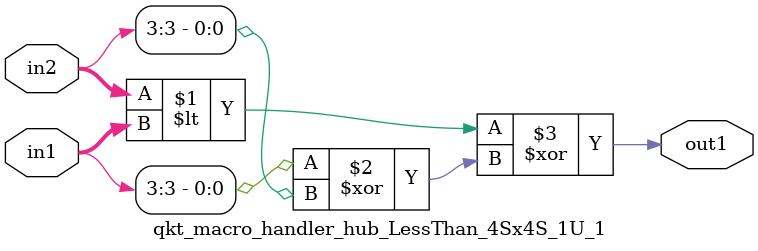
<source format=v>

`timescale 1ps / 1ps


module qkt_macro_handler_hub_LessThan_4Sx4S_1U_1( in2, in1, out1 );

    input [3:0] in2;
    input [3:0] in1;
    output out1;

    
    // rtl_process:qkt_macro_handler_hub_LessThan_4Sx4S_1U_1/qkt_macro_handler_hub_LessThan_4Sx4S_1U_1_thread_1
    assign out1 = (in2 < in1 ^ (in1[3] ^ in2[3]));

endmodule


</source>
